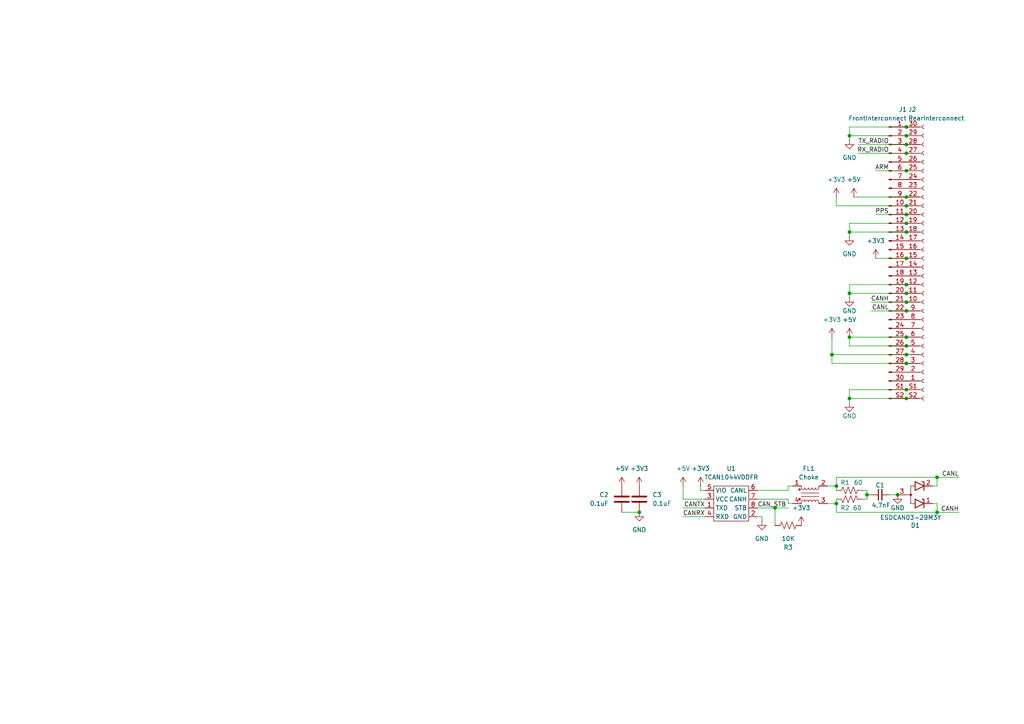
<source format=kicad_sch>
(kicad_sch (version 20231120) (generator "eeschema") (generator_version "8.0")
  (paper "A4")
  (title_block (title "Blaze Template") (date "2025-01-23") (rev "v1") (company "UCSC Rocket Team") (comment 1 "Designed by the UCSC Rocket Team"))
  (lib_symbols
    (symbol "Blaze_Lib:DF17U-30_Female" (pin_names (offset 1.016) hide)
      (property "Reference" "J3" (at -10.668 43.18 0))
      (property "Value" "RearInterconnect" (at -10.922 40.894 0))
      (symbol "DF17U-30_Female_1_1"
        (arc (start 0 -40.132) (mid -0.5058 -40.64) (end 0 -41.148) (stroke (width 0.1524)))
        (arc (start 0 -37.592) (mid -0.5058 -38.1) (end 0 -38.608) (stroke (width 0.1524)))
        (arc (start 0 -35.052) (mid -0.5058 -35.56) (end 0 -36.068) (stroke (width 0.1524)))
        (arc (start 0 -32.512) (mid -0.5058 -33.02) (end 0 -33.528) (stroke (width 0.1524)))
        (arc (start 0 -29.972) (mid -0.5058 -30.48) (end 0 -30.988) (stroke (width 0.1524)))
        (arc (start 0 -27.432) (mid -0.5058 -27.94) (end 0 -28.448) (stroke (width 0.1524)))
        (arc (start 0 -24.892) (mid -0.5058 -25.4) (end 0 -25.908) (stroke (width 0.1524)))
        (arc (start 0 -22.352) (mid -0.5058 -22.86) (end 0 -23.368) (stroke (width 0.1524)))
        (arc (start 0 -19.812) (mid -0.5058 -20.32) (end 0 -20.828) (stroke (width 0.1524)))
        (arc (start 0 -17.272) (mid -0.5058 -17.78) (end 0 -18.288) (stroke (width 0.1524)))
        (arc (start 0 -14.732) (mid -0.5058 -15.24) (end 0 -15.748) (stroke (width 0.1524)))
        (arc (start 0 -12.192) (mid -0.5058 -12.7) (end 0 -13.208) (stroke (width 0.1524)))
        (arc (start 0 -9.652) (mid -0.5058 -10.16) (end 0 -10.668) (stroke (width 0.1524)))
        (arc (start 0 -7.112) (mid -0.5058 -7.62) (end 0 -8.128) (stroke (width 0.1524)))
        (arc (start 0 -4.572) (mid -0.5058 -5.08) (end 0 -5.588) (stroke (width 0.1524)))
        (arc (start 0 -2.032) (mid -0.5058 -2.54) (end 0 -3.048) (stroke (width 0.1524)))
        (polyline (pts (xy -1.27 -40.64) (xy -0.508 -40.64)) (stroke (width 0.1524)))
        (polyline (pts (xy -1.27 -38.1) (xy -0.508 -38.1)) (stroke (width 0.1524)))
        (polyline (pts (xy -1.27 -35.56) (xy -0.508 -35.56)) (stroke (width 0.1524)))
        (polyline (pts (xy -1.27 -33.02) (xy -0.508 -33.02)) (stroke (width 0.1524)))
        (polyline (pts (xy -1.27 -30.48) (xy -0.508 -30.48)) (stroke (width 0.1524)))
        (polyline (pts (xy -1.27 -27.94) (xy -0.508 -27.94)) (stroke (width 0.1524)))
        (polyline (pts (xy -1.27 -25.4) (xy -0.508 -25.4)) (stroke (width 0.1524)))
        (polyline (pts (xy -1.27 -22.86) (xy -0.508 -22.86)) (stroke (width 0.1524)))
        (polyline (pts (xy -1.27 -20.32) (xy -0.508 -20.32)) (stroke (width 0.1524)))
        (polyline (pts (xy -1.27 -17.78) (xy -0.508 -17.78)) (stroke (width 0.1524)))
        (polyline (pts (xy -1.27 -15.24) (xy -0.508 -15.24)) (stroke (width 0.1524)))
        (polyline (pts (xy -1.27 -12.7) (xy -0.508 -12.7)) (stroke (width 0.1524)))
        (polyline (pts (xy -1.27 -10.16) (xy -0.508 -10.16)) (stroke (width 0.1524)))
        (polyline (pts (xy -1.27 -7.62) (xy -0.508 -7.62)) (stroke (width 0.1524)))
        (polyline (pts (xy -1.27 -5.08) (xy -0.508 -5.08)) (stroke (width 0.1524)))
        (polyline (pts (xy -1.27 -2.54) (xy -0.508 -2.54)) (stroke (width 0.1524)))
        (polyline (pts (xy -1.27 0) (xy -0.508 0)) (stroke (width 0.1524)))
        (polyline (pts (xy -1.27 2.54) (xy -0.508 2.54)) (stroke (width 0.1524)))
        (polyline (pts (xy -1.27 5.08) (xy -0.508 5.08)) (stroke (width 0.1524)))
        (polyline (pts (xy -1.27 7.62) (xy -0.508 7.62)) (stroke (width 0.1524)))
        (polyline (pts (xy -1.27 10.16) (xy -0.508 10.16)) (stroke (width 0.1524)))
        (polyline (pts (xy -1.27 12.7) (xy -0.508 12.7)) (stroke (width 0.1524)))
        (polyline (pts (xy -1.27 15.24) (xy -0.508 15.24)) (stroke (width 0.1524)))
        (polyline (pts (xy -1.27 17.78) (xy -0.508 17.78)) (stroke (width 0.1524)))
        (polyline (pts (xy -1.27 20.32) (xy -0.508 20.32)) (stroke (width 0.1524)))
        (polyline (pts (xy -1.27 22.86) (xy -0.508 22.86)) (stroke (width 0.1524)))
        (polyline (pts (xy -1.27 25.4) (xy -0.508 25.4)) (stroke (width 0.1524)))
        (polyline (pts (xy -1.27 27.94) (xy -0.508 27.94)) (stroke (width 0.1524)))
        (polyline (pts (xy -1.27 30.48) (xy -0.508 30.48)) (stroke (width 0.1524)))
        (polyline (pts (xy -1.27 33.02) (xy -0.508 33.02)) (stroke (width 0.1524)))
        (polyline (pts (xy -1.27 35.56) (xy -0.508 35.56)) (stroke (width 0.1524)))
        (polyline (pts (xy -1.27 38.1) (xy -0.508 38.1)) (stroke (width 0.1524)))
        (arc (start 0 0.508) (mid -0.5058 0) (end 0 -0.508) (stroke (width 0.1524)))
        (arc (start 0 3.048) (mid -0.5058 2.54) (end 0 2.032) (stroke (width 0.1524)))
        (arc (start 0 5.588) (mid -0.5058 5.08) (end 0 4.572) (stroke (width 0.1524)))
        (arc (start 0 8.128) (mid -0.5058 7.62) (end 0 7.112) (stroke (width 0.1524)))
        (arc (start 0 10.668) (mid -0.5058 10.16) (end 0 9.652) (stroke (width 0.1524)))
        (arc (start 0 13.208) (mid -0.5058 12.7) (end 0 12.192) (stroke (width 0.1524)))
        (arc (start 0 15.748) (mid -0.5058 15.24) (end 0 14.732) (stroke (width 0.1524)))
        (arc (start 0 18.288) (mid -0.5058 17.78) (end 0 17.272) (stroke (width 0.1524)))
        (arc (start 0 20.828) (mid -0.5058 20.32) (end 0 19.812) (stroke (width 0.1524)))
        (arc (start 0 23.368) (mid -0.5058 22.86) (end 0 22.352) (stroke (width 0.1524)))
        (arc (start 0 25.908) (mid -0.5058 25.4) (end 0 24.892) (stroke (width 0.1524)))
        (arc (start 0 28.448) (mid -0.5058 27.94) (end 0 27.432) (stroke (width 0.1524)))
        (arc (start 0 30.988) (mid -0.5058 30.48) (end 0 29.972) (stroke (width 0.1524)))
        (arc (start 0 33.528) (mid -0.5058 33.02) (end 0 32.512) (stroke (width 0.1524)))
        (arc (start 0 36.068) (mid -0.5058 35.56) (end 0 35.052) (stroke (width 0.1524)))
        (arc (start 0 38.608) (mid -0.5058 38.1) (end 0 37.592) (stroke (width 0.1524)))
        (pin passive line (at -5.08 -35.56 0) (length 3.81) (name "Pin_1") (number "1"))
        (pin passive line (at -5.08 -12.7 0) (length 3.81) (name "Pin_10") (number "10"))
        (pin passive line (at -5.08 -10.16 0) (length 3.81) (name "Pin_11") (number "11"))
        (pin passive line (at -5.08 -7.62 0) (length 3.81) (name "Pin_12") (number "12"))
        (pin passive line (at -5.08 -5.08 0) (length 3.81) (name "Pin_13") (number "13"))
        (pin passive line (at -5.08 -2.54 0) (length 3.81) (name "Pin_14") (number "14"))
        (pin passive line (at -5.08 0 0) (length 3.81) (name "Pin_15") (number "15"))
        (pin passive line (at -5.08 2.54 0) (length 3.81) (name "Pin_16") (number "16"))
        (pin passive line (at -5.08 5.08 0) (length 3.81) (name "Pin_17") (number "17"))
        (pin passive line (at -5.08 7.62 0) (length 3.81) (name "Pin_18") (number "18"))
        (pin passive line (at -5.08 10.16 0) (length 3.81) (name "Pin_19") (number "19"))
        (pin passive line (at -5.08 -33.02 0) (length 3.81) (name "Pin_2") (number "2"))
        (pin passive line (at -5.08 12.7 0) (length 3.81) (name "Pin_20") (number "20"))
        (pin passive line (at -5.08 15.24 0) (length 3.81) (name "Pin_21") (number "21"))
        (pin passive line (at -5.08 17.78 0) (length 3.81) (name "Pin_22") (number "22"))
        (pin passive line (at -5.08 20.32 0) (length 3.81) (name "Pin_23") (number "23"))
        (pin passive line (at -5.08 22.86 0) (length 3.81) (name "Pin_24") (number "24"))
        (pin passive line (at -5.08 25.4 0) (length 3.81) (name "Pin_25") (number "25"))
        (pin passive line (at -5.08 27.94 0) (length 3.81) (name "Pin_26") (number "26"))
        (pin passive line (at -5.08 30.48 0) (length 3.81) (name "Pin_27") (number "27"))
        (pin passive line (at -5.08 33.02 0) (length 3.81) (name "Pin_28") (number "28"))
        (pin passive line (at -5.08 35.56 0) (length 3.81) (name "Pin_29") (number "29"))
        (pin passive line (at -5.08 -30.48 0) (length 3.81) (name "Pin_3") (number "3"))
        (pin passive line (at -5.08 38.1 0) (length 3.81) (name "Pin_30") (number "30"))
        (pin passive line (at -5.08 -27.94 0) (length 3.81) (name "Pin_4") (number "4"))
        (pin passive line (at -5.08 -25.4 0) (length 3.81) (name "Pin_5") (number "5"))
        (pin passive line (at -5.08 -22.86 0) (length 3.81) (name "Pin_6") (number "6"))
        (pin passive line (at -5.08 -20.32 0) (length 3.81) (name "Pin_7") (number "7"))
        (pin passive line (at -5.08 -17.78 0) (length 3.81) (name "Pin_8") (number "8"))
        (pin passive line (at -5.08 -15.24 0) (length 3.81) (name "Pin_9") (number "9"))
        (pin passive line (at -5.08 -38.1 0) (length 3.81) (name "Tab_1") (number "S1"))
        (pin passive line (at -5.08 -40.64 0) (length 3.81) (name "Tab_2") (number "S2"))
      )
    )
    (symbol "Blaze_Lib:DF17U-30_Male" (pin_names (offset 1.016) hide)
      (property "Reference" "J2" (at 1.778 40.64 0))
      (property "Value" "FrontInterconnect" (at -4.572 38.608 0))
      (symbol "DF17U-30_Male_1_1"
        (polyline (pts (xy 1.27 -43.18) (xy 0.8636 -43.18)) (stroke (width 0.1524)))
        (polyline (pts (xy 1.27 -40.64) (xy 0.8636 -40.64)) (stroke (width 0.1524)))
        (polyline (pts (xy 1.27 -38.1) (xy 0.8636 -38.1)) (stroke (width 0.1524)))
        (polyline (pts (xy 1.27 -35.56) (xy 0.8636 -35.56)) (stroke (width 0.1524)))
        (polyline (pts (xy 1.27 -33.02) (xy 0.8636 -33.02)) (stroke (width 0.1524)))
        (polyline (pts (xy 1.27 -30.48) (xy 0.8636 -30.48)) (stroke (width 0.1524)))
        (polyline (pts (xy 1.27 -27.94) (xy 0.8636 -27.94)) (stroke (width 0.1524)))
        (polyline (pts (xy 1.27 -25.4) (xy 0.8636 -25.4)) (stroke (width 0.1524)))
        (polyline (pts (xy 1.27 -22.86) (xy 0.8636 -22.86)) (stroke (width 0.1524)))
        (polyline (pts (xy 1.27 -20.32) (xy 0.8636 -20.32)) (stroke (width 0.1524)))
        (polyline (pts (xy 1.27 -17.78) (xy 0.8636 -17.78)) (stroke (width 0.1524)))
        (polyline (pts (xy 1.27 -15.24) (xy 0.8636 -15.24)) (stroke (width 0.1524)))
        (polyline (pts (xy 1.27 -12.7) (xy 0.8636 -12.7)) (stroke (width 0.1524)))
        (polyline (pts (xy 1.27 -10.16) (xy 0.8636 -10.16)) (stroke (width 0.1524)))
        (polyline (pts (xy 1.27 -7.62) (xy 0.8636 -7.62)) (stroke (width 0.1524)))
        (polyline (pts (xy 1.27 -5.08) (xy 0.8636 -5.08)) (stroke (width 0.1524)))
        (polyline (pts (xy 1.27 -2.54) (xy 0.8636 -2.54)) (stroke (width 0.1524)))
        (polyline (pts (xy 1.27 0) (xy 0.8636 0)) (stroke (width 0.1524)))
        (polyline (pts (xy 1.27 2.54) (xy 0.8636 2.54)) (stroke (width 0.1524)))
        (polyline (pts (xy 1.27 5.08) (xy 0.8636 5.08)) (stroke (width 0.1524)))
        (polyline (pts (xy 1.27 7.62) (xy 0.8636 7.62)) (stroke (width 0.1524)))
        (polyline (pts (xy 1.27 10.16) (xy 0.8636 10.16)) (stroke (width 0.1524)))
        (polyline (pts (xy 1.27 12.7) (xy 0.8636 12.7)) (stroke (width 0.1524)))
        (polyline (pts (xy 1.27 15.24) (xy 0.8636 15.24)) (stroke (width 0.1524)))
        (polyline (pts (xy 1.27 17.78) (xy 0.8636 17.78)) (stroke (width 0.1524)))
        (polyline (pts (xy 1.27 20.32) (xy 0.8636 20.32)) (stroke (width 0.1524)))
        (polyline (pts (xy 1.27 22.86) (xy 0.8636 22.86)) (stroke (width 0.1524)))
        (polyline (pts (xy 1.27 25.4) (xy 0.8636 25.4)) (stroke (width 0.1524)))
        (polyline (pts (xy 1.27 27.94) (xy 0.8636 27.94)) (stroke (width 0.1524)))
        (polyline (pts (xy 1.27 30.48) (xy 0.8636 30.48)) (stroke (width 0.1524)))
        (polyline (pts (xy 1.27 33.02) (xy 0.8636 33.02)) (stroke (width 0.1524)))
        (polyline (pts (xy 1.27 35.56) (xy 0.8636 35.56)) (stroke (width 0.1524)))
        (rectangle (start 0.8636 -43.053) (end 0 -43.307) (stroke (width 0.1524)) (fill (type outline)))
        (rectangle (start 0.8636 -40.513) (end 0 -40.767) (stroke (width 0.1524)) (fill (type outline)))
        (rectangle (start 0.8636 -37.973) (end 0 -38.227) (stroke (width 0.1524)) (fill (type outline)))
        (rectangle (start 0.8636 -35.433) (end 0 -35.687) (stroke (width 0.1524)) (fill (type outline)))
        (rectangle (start 0.8636 -32.893) (end 0 -33.147) (stroke (width 0.1524)) (fill (type outline)))
        (rectangle (start 0.8636 -30.353) (end 0 -30.607) (stroke (width 0.1524)) (fill (type outline)))
        (rectangle (start 0.8636 -27.813) (end 0 -28.067) (stroke (width 0.1524)) (fill (type outline)))
        (rectangle (start 0.8636 -25.273) (end 0 -25.527) (stroke (width 0.1524)) (fill (type outline)))
        (rectangle (start 0.8636 -22.733) (end 0 -22.987) (stroke (width 0.1524)) (fill (type outline)))
        (rectangle (start 0.8636 -20.193) (end 0 -20.447) (stroke (width 0.1524)) (fill (type outline)))
        (rectangle (start 0.8636 -17.653) (end 0 -17.907) (stroke (width 0.1524)) (fill (type outline)))
        (rectangle (start 0.8636 -15.113) (end 0 -15.367) (stroke (width 0.1524)) (fill (type outline)))
        (rectangle (start 0.8636 -12.573) (end 0 -12.827) (stroke (width 0.1524)) (fill (type outline)))
        (rectangle (start 0.8636 -10.033) (end 0 -10.287) (stroke (width 0.1524)) (fill (type outline)))
        (rectangle (start 0.8636 -7.493) (end 0 -7.747) (stroke (width 0.1524)) (fill (type outline)))
        (rectangle (start 0.8636 -4.953) (end 0 -5.207) (stroke (width 0.1524)) (fill (type outline)))
        (rectangle (start 0.8636 -2.413) (end 0 -2.667) (stroke (width 0.1524)) (fill (type outline)))
        (rectangle (start 0.8636 0.127) (end 0 -0.127) (stroke (width 0.1524)) (fill (type outline)))
        (rectangle (start 0.8636 2.667) (end 0 2.413) (stroke (width 0.1524)) (fill (type outline)))
        (rectangle (start 0.8636 5.207) (end 0 4.953) (stroke (width 0.1524)) (fill (type outline)))
        (rectangle (start 0.8636 7.747) (end 0 7.493) (stroke (width 0.1524)) (fill (type outline)))
        (rectangle (start 0.8636 10.287) (end 0 10.033) (stroke (width 0.1524)) (fill (type outline)))
        (rectangle (start 0.8636 12.827) (end 0 12.573) (stroke (width 0.1524)) (fill (type outline)))
        (rectangle (start 0.8636 15.367) (end 0 15.113) (stroke (width 0.1524)) (fill (type outline)))
        (rectangle (start 0.8636 17.907) (end 0 17.653) (stroke (width 0.1524)) (fill (type outline)))
        (rectangle (start 0.8636 20.447) (end 0 20.193) (stroke (width 0.1524)) (fill (type outline)))
        (rectangle (start 0.8636 22.987) (end 0 22.733) (stroke (width 0.1524)) (fill (type outline)))
        (rectangle (start 0.8636 25.527) (end 0 25.273) (stroke (width 0.1524)) (fill (type outline)))
        (rectangle (start 0.8636 28.067) (end 0 27.813) (stroke (width 0.1524)) (fill (type outline)))
        (rectangle (start 0.8636 30.607) (end 0 30.353) (stroke (width 0.1524)) (fill (type outline)))
        (rectangle (start 0.8636 33.147) (end 0 32.893) (stroke (width 0.1524)) (fill (type outline)))
        (rectangle (start 0.8636 35.687) (end 0 35.433) (stroke (width 0.1524)) (fill (type outline)))
        (pin passive line (at 5.08 35.56 180) (length 3.81) (name "Pin_1") (number "1"))
        (pin passive line (at 5.08 12.7 180) (length 3.81) (name "Pin_10") (number "10"))
        (pin passive line (at 5.08 10.16 180) (length 3.81) (name "Pin_11") (number "11"))
        (pin passive line (at 5.08 7.62 180) (length 3.81) (name "Pin_12") (number "12"))
        (pin passive line (at 5.08 5.08 180) (length 3.81) (name "Pin_13") (number "13"))
        (pin passive line (at 5.08 2.54 180) (length 3.81) (name "Pin_14") (number "14"))
        (pin passive line (at 5.08 0 180) (length 3.81) (name "Pin_15") (number "15"))
        (pin passive line (at 5.08 -2.54 180) (length 3.81) (name "Pin_16") (number "16"))
        (pin passive line (at 5.08 -5.08 180) (length 3.81) (name "Pin_17") (number "17"))
        (pin passive line (at 5.08 -7.62 180) (length 3.81) (name "Pin_18") (number "18"))
        (pin passive line (at 5.08 -10.16 180) (length 3.81) (name "Pin_19") (number "19"))
        (pin passive line (at 5.08 33.02 180) (length 3.81) (name "Pin_2") (number "2"))
        (pin passive line (at 5.08 -12.7 180) (length 3.81) (name "Pin_20") (number "20"))
        (pin passive line (at 5.08 -15.24 180) (length 3.81) (name "Pin_21") (number "21"))
        (pin passive line (at 5.08 -17.78 180) (length 3.81) (name "Pin_22") (number "22"))
        (pin passive line (at 5.08 -20.32 180) (length 3.81) (name "Pin_23") (number "23"))
        (pin passive line (at 5.08 -22.86 180) (length 3.81) (name "Pin_24") (number "24"))
        (pin passive line (at 5.08 -25.4 180) (length 3.81) (name "Pin_25") (number "25"))
        (pin passive line (at 5.08 -27.94 180) (length 3.81) (name "Pin_26") (number "26"))
        (pin passive line (at 5.08 -30.48 180) (length 3.81) (name "Pin_27") (number "27"))
        (pin passive line (at 5.08 -33.02 180) (length 3.81) (name "Pin_28") (number "28"))
        (pin passive line (at 5.08 -35.56 180) (length 3.81) (name "Pin_29") (number "29"))
        (pin passive line (at 5.08 30.48 180) (length 3.81) (name "Pin_3") (number "3"))
        (pin passive line (at 5.08 -38.1 180) (length 3.81) (name "Pin_30") (number "30"))
        (pin passive line (at 5.08 27.94 180) (length 3.81) (name "Pin_4") (number "4"))
        (pin passive line (at 5.08 25.4 180) (length 3.81) (name "Pin_5") (number "5"))
        (pin passive line (at 5.08 22.86 180) (length 3.81) (name "Pin_6") (number "6"))
        (pin passive line (at 5.08 20.32 180) (length 3.81) (name "Pin_7") (number "7"))
        (pin passive line (at 5.08 17.78 180) (length 3.81) (name "Pin_8") (number "8"))
        (pin passive line (at 5.08 15.24 180) (length 3.81) (name "Pin_9") (number "9"))
        (pin passive line (at 5.08 -40.64 180) (length 3.81) (name "Tab_1") (number "S1"))
        (pin passive line (at 5.08 -43.18 180) (length 3.81) (name "Tab_2") (number "S2"))
      )
    )
    (symbol "Blaze_Lib:TCAN1044"
      (property "Reference" "U" (at 0 8.636 0))
      (property "Value" "TCAN1044VDDFR" (at -0.254 6.604 0))
      (symbol "TCAN1044_0_0"
        (pin output line (at -7.62 -1.27 0) (length 2.54) (name "TXD") (number "1"))
        (pin passive line (at 7.62 -3.81 180) (length 2.54) (name "GND") (number "2"))
        (pin power_in line (at -7.62 1.27 0) (length 2.54) (name "VCC") (number "3"))
        (pin input line (at -7.62 -3.81 0) (length 2.54) (name "RXD") (number "4"))
        (pin power_in line (at -7.62 3.81 0) (length 2.54) (name "VIO") (number "5"))
        (pin bidirectional line (at 7.62 3.81 180) (length 2.54) (name "CANL") (number "6"))
        (pin bidirectional line (at 7.62 1.27 180) (length 2.54) (name "CANH") (number "7"))
        (pin input line (at 7.62 -1.27 180) (length 2.54) (name "STB") (number "8"))
      )
      (symbol "TCAN1044_0_1"
        (rectangle (start -5.08 5.08) (end 5.08 -5.08))
      )
    )
    (symbol "Device:C" (pin_numbers hide) (pin_names (offset 0.254))
      (property "Reference" "C" (at 0.635 2.54 0))
      (property "Value" "C" (at 0.635 -2.54 0))
      (symbol "C_0_1"
        (polyline (pts (xy -2.032 -0.762) (xy 2.032 -0.762)) (stroke (width 0.508)))
        (polyline (pts (xy -2.032 0.762) (xy 2.032 0.762)) (stroke (width 0.508)))
      )
      (symbol "C_1_1"
        (pin passive line (at 0 3.81 270) (length 2.794) (name "~") (number "1"))
        (pin passive line (at 0 -3.81 90) (length 2.794) (name "~") (number "2"))
      )
    )
    (symbol "Device:C_Small" (pin_numbers hide) (pin_names (offset 0.254) hide)
      (property "Reference" "C" (at 0.254 1.778 0))
      (property "Value" "C_Small" (at 0.254 -2.032 0))
      (symbol "C_Small_0_1"
        (polyline (pts (xy -1.524 -0.508) (xy 1.524 -0.508)) (stroke (width 0.3302)))
        (polyline (pts (xy -1.524 0.508) (xy 1.524 0.508)) (stroke (width 0.3048)))
      )
      (symbol "C_Small_1_1"
        (pin passive line (at 0 2.54 270) (length 2.032) (name "~") (number "1"))
        (pin passive line (at 0 -2.54 90) (length 2.032) (name "~") (number "2"))
      )
    )
    (symbol "Device:R_US" (pin_numbers hide) (pin_names (offset 0))
      (property "Reference" "R" (at 2.54 0 90))
      (property "Value" "R_US" (at -2.54 0 90))
      (symbol "R_US_0_1"
        (polyline (pts (xy 0 -2.286) (xy 0 -2.54)))
        (polyline (pts (xy 0 2.286) (xy 0 2.54)))
        (polyline (pts (xy 0 -0.762) (xy 1.016 -1.143) (xy 0 -1.524) (xy -1.016 -1.905) (xy 0 -2.286)))
        (polyline (pts (xy 0 0.762) (xy 1.016 0.381) (xy 0 0) (xy -1.016 -0.381) (xy 0 -0.762)))
        (polyline (pts (xy 0 2.286) (xy 1.016 1.905) (xy 0 1.524) (xy -1.016 1.143) (xy 0 0.762)))
      )
      (symbol "R_US_1_1"
        (pin passive line (at 0 3.81 270) (length 1.27) (name "~") (number "1"))
        (pin passive line (at 0 -3.81 90) (length 1.27) (name "~") (number "2"))
      )
    )
    (symbol "Filter:Choke_Coilcraft_0603USB-142" (pin_names (offset 0.254) hide)
      (property "Reference" "FL" (at 0 4.445 0))
      (property "Value" "Choke_Coilcraft_0603USB-142" (at 0 -4.445 0))
      (symbol "Choke_Coilcraft_0603USB-142_0_1"
        (circle (center -3.048 -1.27) (radius 0.254) (fill (type outline)))
        (circle (center -3.048 1.524) (radius 0.254) (fill (type outline)))
        (arc (start -2.54 2.032) (mid -2.032 1.5262) (end -1.524 2.032))
        (arc (start -1.524 -2.032) (mid -2.032 -1.5262) (end -2.54 -2.032))
        (arc (start -1.524 2.032) (mid -1.016 1.5262) (end -0.508 2.032))
        (arc (start -0.508 -2.032) (mid -1.016 -1.5262) (end -1.524 -2.032))
        (arc (start -0.508 2.032) (mid 0 1.5262) (end 0.508 2.032))
        (polyline (pts (xy -2.54 -2.032) (xy -2.54 -2.54)))
        (polyline (pts (xy -2.54 0.508) (xy 2.54 0.508)))
        (polyline (pts (xy -2.54 2.032) (xy -2.54 2.54)))
        (polyline (pts (xy 2.54 -2.032) (xy 2.54 -2.54)))
        (polyline (pts (xy 2.54 -0.508) (xy -2.54 -0.508)))
        (polyline (pts (xy 2.54 2.54) (xy 2.54 2.032)))
        (arc (start 0.508 -2.032) (mid 0 -1.5262) (end -0.508 -2.032))
        (arc (start 0.508 2.032) (mid 1.016 1.5262) (end 1.524 2.032))
        (arc (start 1.524 -2.032) (mid 1.016 -1.5262) (end 0.508 -2.032))
        (arc (start 1.524 2.032) (mid 2.032 1.5262) (end 2.54 2.032))
        (arc (start 2.54 -2.032) (mid 2.032 -1.5262) (end 1.524 -2.032))
      )
      (symbol "Choke_Coilcraft_0603USB-142_1_1"
        (pin passive line (at -5.08 2.54 0) (length 2.54) (name "1") (number "1"))
        (pin passive line (at 5.08 2.54 180) (length 2.54) (name "2") (number "2"))
        (pin passive line (at 5.08 -2.54 180) (length 2.54) (name "3") (number "3"))
        (pin passive line (at -5.08 -2.54 0) (length 2.54) (name "4") (number "4"))
      )
    )
    (symbol "Power_Protection:RCLAMP0582B" (pin_names hide)
      (property "Reference" "D" (at 0 5.08 0))
      (property "Value" "RCLAMP0582B" (at 0 -5.08 0))
      (symbol "RCLAMP0582B_0_1"
        (polyline (pts (xy -2.54 0) (xy -1.27 0)))
        (polyline (pts (xy -1.27 2.54) (xy -1.27 -2.54)))
        (polyline (pts (xy 0 2.54) (xy -1.27 2.54)) (stroke (width 0.1524)))
        (polyline (pts (xy 2.54 3.81) (xy 2.54 1.27) (xy 2.032 1.27)) (stroke (width 0.254)))
        (polyline (pts (xy 0 1.27) (xy 0 3.81) (xy 2.54 2.54) (xy 0 1.27)) (stroke (width 0.254)))
        (pin passive line (at -5.08 0 0) (length 2.54) (name "A") (number "3"))
      )
      (symbol "RCLAMP0582B_1_1"
        (circle (center -1.27 0) (radius 0.254) (fill (type outline)))
        (polyline (pts (xy 0 -2.54) (xy -1.27 -2.54)) (stroke (width 0.1524)))
        (polyline (pts (xy 2.54 -1.27) (xy 2.54 -3.81) (xy 2.032 -3.81)) (stroke (width 0.254)))
        (polyline (pts (xy 0 -3.81) (xy 0 -1.27) (xy 2.54 -2.54) (xy 0 -3.81)) (stroke (width 0.254)))
        (pin passive line (at 5.08 2.54 180) (length 2.54) (name "K1") (number "1"))
        (pin passive line (at 5.08 -2.54 180) (length 2.54) (name "K2") (number "2"))
      )
    )
    (symbol "power:+3V3" (power) (pin_numbers hide) (pin_names (offset 0) hide)
      (property "Value" "+3V3" (at 0 3.556 0))
      (symbol "+3V3_0_1"
        (polyline (pts (xy -0.762 1.27) (xy 0 2.54)))
        (polyline (pts (xy 0 0) (xy 0 2.54)))
        (polyline (pts (xy 0 2.54) (xy 0.762 1.27)))
      )
      (symbol "+3V3_1_1"
        (pin power_in line (at 0 0 90) (length 0) (name "~") (number "1"))
      )
    )
    (symbol "power:+5V" (power) (pin_numbers hide) (pin_names (offset 0) hide)
      (property "Value" "+5V" (at 0 3.556 0))
      (symbol "+5V_0_1"
        (polyline (pts (xy -0.762 1.27) (xy 0 2.54)))
        (polyline (pts (xy 0 0) (xy 0 2.54)))
        (polyline (pts (xy 0 2.54) (xy 0.762 1.27)))
      )
      (symbol "+5V_1_1"
        (pin power_in line (at 0 0 90) (length 0) (name "~") (number "1"))
      )
    )
    (symbol "power:GND" (power) (pin_numbers hide) (pin_names (offset 0) hide)
      (property "Value" "GND" (at 0 -3.81 0))
      (symbol "GND_0_1"
        (polyline (pts (xy 0 0) (xy 0 -1.27) (xy 1.27 -1.27) (xy 0 -2.54) (xy -1.27 -1.27) (xy 0 -1.27)))
      )
      (symbol "GND_1_1"
        (pin power_in line (at 0 0 270) (length 0) (name "~") (number "1"))
      )
    )
  )
  (junction (at 262.89 57.15))
  (junction (at 246.38 39.37))
  (junction (at 262.89 74.93))
  (junction (at 262.89 97.79))
  (junction (at 262.89 82.55))
  (junction (at 262.89 105.41))
  (junction (at 241.3 102.87))
  (junction (at 271.78 148.59))
  (junction (at 262.89 102.87))
  (junction (at 262.89 59.69))
  (junction (at 242.57 146.05))
  (junction (at 224.79 147.32))
  (junction (at 262.89 85.09))
  (junction (at 262.89 113.03))
  (junction (at 262.89 49.53))
  (junction (at 262.89 62.23))
  (junction (at 262.89 100.33))
  (junction (at 260.35 143.51))
  (junction (at 251.46 143.51))
  (junction (at 262.89 36.83))
  (junction (at 262.89 39.37))
  (junction (at 262.89 41.91))
  (junction (at 246.38 115.57))
  (junction (at 185.42 148.59))
  (junction (at 262.89 87.63))
  (junction (at 262.89 44.45))
  (junction (at 271.78 138.43))
  (junction (at 246.38 97.79))
  (junction (at 262.89 67.31))
  (junction (at 262.89 64.77))
  (junction (at 262.89 90.17))
  (junction (at 242.57 140.97))
  (junction (at 262.89 115.57))
  (junction (at 246.38 85.09))
  (junction (at 246.38 67.31))
  (wire (pts (xy 254 74.93) (xy 262.89 74.93)))
  (wire (pts (xy 252.73 87.63) (xy 262.89 87.63)))
  (wire (pts (xy 203.2 142.24) (xy 204.47 142.24)))
  (wire (pts (xy 198.12 144.78) (xy 198.12 140.97)))
  (wire (pts (xy 247.65 57.15) (xy 262.89 57.15)))
  (wire (pts (xy 246.38 36.83) (xy 262.89 36.83)))
  (wire (pts (xy 250.19 142.24) (xy 251.46 142.24)))
  (wire (pts (xy 219.71 144.78) (xy 228.6 144.78)))
  (wire (pts (xy 198.12 149.86) (xy 204.47 149.86)))
  (wire (pts (xy 219.71 147.32) (xy 224.79 147.32)))
  (wire (pts (xy 224.79 147.32) (xy 228.6 147.32)))
  (wire (pts (xy 204.47 144.78) (xy 198.12 144.78)))
  (wire (pts (xy 246.38 113.03) (xy 262.89 113.03)))
  (wire (pts (xy 228.6 140.97) (xy 229.87 140.97)))
  (wire (pts (xy 251.46 142.24) (xy 251.46 143.51)))
  (wire (pts (xy 252.73 90.17) (xy 262.89 90.17)))
  (wire (pts (xy 203.2 140.97) (xy 203.2 142.24)))
  (wire (pts (xy 240.03 140.97) (xy 242.57 140.97)))
  (wire (pts (xy 246.38 97.79) (xy 262.89 97.79)))
  (wire (pts (xy 241.3 97.79) (xy 241.3 102.87)))
  (wire (pts (xy 246.38 64.77) (xy 262.89 64.77)))
  (wire (pts (xy 246.38 39.37) (xy 262.89 39.37)))
  (wire (pts (xy 228.6 146.05) (xy 229.87 146.05)))
  (wire (pts (xy 246.38 115.57) (xy 262.89 115.57)))
  (wire (pts (xy 228.6 144.78) (xy 228.6 146.05)))
  (wire (pts (xy 180.34 148.59) (xy 185.42 148.59)))
  (wire (pts (xy 246.38 85.09) (xy 262.89 85.09)))
  (wire (pts (xy 198.12 147.32) (xy 204.47 147.32)))
  (wire (pts (xy 242.57 146.05) (xy 242.57 144.78)))
  (wire (pts (xy 242.57 57.15) (xy 242.57 59.69)))
  (wire (pts (xy 250.19 144.78) (xy 251.46 144.78)))
  (wire (pts (xy 246.38 64.77) (xy 246.38 67.31)))
  (wire (pts (xy 271.78 146.05) (xy 271.78 148.59)))
  (wire (pts (xy 242.57 140.97) (xy 242.57 138.43)))
  (wire (pts (xy 270.51 140.97) (xy 271.78 140.97)))
  (wire (pts (xy 251.46 144.78) (xy 251.46 143.51)))
  (wire (pts (xy 241.3 105.41) (xy 262.89 105.41)))
  (wire (pts (xy 246.38 113.03) (xy 246.38 115.57)))
  (wire (pts (xy 246.38 36.83) (xy 246.38 39.37)))
  (wire (pts (xy 241.3 102.87) (xy 262.89 102.87)))
  (wire (pts (xy 246.38 100.33) (xy 262.89 100.33)))
  (wire (pts (xy 241.3 102.87) (xy 241.3 105.41)))
  (wire (pts (xy 242.57 138.43) (xy 271.78 138.43)))
  (wire (pts (xy 220.98 151.13) (xy 220.98 149.86)))
  (wire (pts (xy 242.57 59.69) (xy 262.89 59.69)))
  (wire (pts (xy 228.6 142.24) (xy 228.6 140.97)))
  (wire (pts (xy 246.38 40.64) (xy 246.38 39.37)))
  (wire (pts (xy 220.98 149.86) (xy 219.71 149.86)))
  (wire (pts (xy 242.57 146.05) (xy 242.57 148.59)))
  (wire (pts (xy 270.51 146.05) (xy 271.78 146.05)))
  (wire (pts (xy 240.03 146.05) (xy 242.57 146.05)))
  (wire (pts (xy 224.79 147.32) (xy 224.79 152.4)))
  (wire (pts (xy 254 62.23) (xy 262.89 62.23)))
  (wire (pts (xy 271.78 140.97) (xy 271.78 138.43)))
  (wire (pts (xy 246.38 82.55) (xy 246.38 85.09)))
  (wire (pts (xy 271.78 148.59) (xy 278.13 148.59)))
  (wire (pts (xy 271.78 138.43) (xy 278.13 138.43)))
  (wire (pts (xy 248.92 41.91) (xy 262.89 41.91)))
  (wire (pts (xy 251.46 143.51) (xy 252.73 143.51)))
  (wire (pts (xy 246.38 97.79) (xy 246.38 100.33)))
  (wire (pts (xy 257.81 143.51) (xy 260.35 143.51)))
  (wire (pts (xy 242.57 148.59) (xy 271.78 148.59)))
  (wire (pts (xy 246.38 115.57) (xy 246.38 116.84)))
  (wire (pts (xy 254 49.53) (xy 262.89 49.53)))
  (wire (pts (xy 246.38 67.31) (xy 262.89 67.31)))
  (wire (pts (xy 248.92 44.45) (xy 262.89 44.45)))
  (wire (pts (xy 246.38 82.55) (xy 262.89 82.55)))
  (wire (pts (xy 219.71 142.24) (xy 228.6 142.24)))
  (wire (pts (xy 246.38 85.09) (xy 246.38 86.36)))
  (wire (pts (xy 246.38 67.31) (xy 246.38 68.58)))
  (wire (pts (xy 242.57 140.97) (xy 242.57 142.24)))
  (label "PPS" (at 257.81 62.23 180))
  (label "TX_RADIO" (at 257.81 41.91 180))
  (label "CANH" (at 278.13 148.59 180))
  (label "CANRX" (at 204.47 149.86 180))
  (label "CANL" (at 278.13 138.43 180))
  (label "CANTX" (at 204.47 147.32 180))
  (label "RX_RADIO" (at 257.81 44.45 180))
  (label "ARM" (at 257.81 49.53 180))
  (label "CANL" (at 257.81 90.17 180))
  (label "CANH" (at 257.81 87.63 180))
  (label "CAN_STB" (at 219.71 147.32 0))
  (symbol (lib_id "Device:R_US") (at 246.38 142.24 90) (unit 1)
    (property "Reference" "R1" (at 245.11 139.954 90))
    (property "Value" "60" (at 248.92 139.954 90))
    (property "Footprint" "Resistor_SMD:R_0603_1608Metric" (effects (hide yes)))
    (property "Description" "Resistor, US symbol" (effects (hide yes)))
  )
  (symbol (lib_id "power:+3V3") (at 180.34 140.97 0) (unit 1)
    (property "Reference" "#PWR010" (effects (hide yes)))
    (property "Value" "+5V" (at 180.34 135.89 0))
    (property "Description" "Power symbol creates a global label with name \"+3V3\"" (effects (hide yes)))
  )
  (symbol (lib_id "Device:R_US") (at 246.38 144.78 90) (mirror x) (unit 1)
    (property "Reference" "R2" (at 245.11 147.32 90))
    (property "Value" "60" (at 248.666 147.32 90))
    (property "Footprint" "Resistor_SMD:R_0603_1608Metric" (effects (hide yes)))
    (property "Description" "Resistor, US symbol" (effects (hide yes)))
  )
  (symbol (lib_id "Device:C") (at 180.34 144.78 0) (mirror y) (unit 1)
    (property "Reference" "C2" (at 176.53 143.5099 0) (effects (justify left)))
    (property "Value" "0.1uF" (at 176.53 146.0499 0) (effects (justify left)))
    (property "Footprint" "Capacitor_SMD:C_0603_1608Metric" (effects (hide yes)))
    (property "Description" "Unpolarized capacitor" (effects (hide yes)))
  )
  (symbol (lib_id "power:GND") (at 260.35 143.51 0) (unit 1)
    (property "Reference" "#PWR014" (effects (hide yes)))
    (property "Value" "GND" (at 260.35 147.32 0))
    (property "Description" "Power symbol creates a global label with name \"GND\" , ground" (effects (hide yes)))
  )
  (symbol (lib_id "Power_Protection:RCLAMP0582B") (at 265.43 143.51 0) (mirror x) (unit 1)
    (property "Reference" "D1" (at 265.4935 152.4 0))
    (property "Value" "ESDCAN03-2BM3Y" (at 264.16 150.114 0))
    (property "Footprint" "Package_TO_SOT_SMD:SOT-416" (effects (hide yes)))
    (property "Datasheet" "https://www.semtech.com/products/circuit-protection/low-capacitance/rclamp0582b" (effects (hide yes)))
    (property "Description" "Low capacitance unidirectional dual ESD protection diode, SC-75" (effects (hide yes)))
  )
  (symbol (lib_id "power:+3V3") (at 232.41 152.4 0) (unit 1)
    (property "Reference" "#PWR017" (effects (hide yes)))
    (property "Value" "+3V3" (at 232.41 147.32 0))
    (property "Description" "Power symbol creates a global label with name \"+3V3\"" (effects (hide yes)))
  )
  (symbol (lib_id "power:+3V3") (at 185.42 140.97 0) (unit 1)
    (property "Reference" "#PWR011" (effects (hide yes)))
    (property "Value" "+3V3" (at 185.42 135.89 0))
    (property "Description" "Power symbol creates a global label with name \"+3V3\"" (effects (hide yes)))
  )
  (symbol (lib_id "power:+5V") (at 241.3 97.79 0) (unit 1)
    (property "Reference" "#PWR07" (effects (hide yes)))
    (property "Value" "+3V3" (at 241.3 92.71 0))
    (property "Description" "Power symbol creates a global label with name \"+5V\"" (effects (hide yes)))
  )
  (symbol (lib_id "Device:C") (at 185.42 144.78 0) (unit 1)
    (property "Reference" "C3" (at 189.23 143.5099 0) (effects (justify left)))
    (property "Value" "0.1uF" (at 189.23 146.0499 0) (effects (justify left)))
    (property "Footprint" "Capacitor_SMD:C_0603_1608Metric" (effects (hide yes)))
    (property "Description" "Unpolarized capacitor" (effects (hide yes)))
  )
  (symbol (lib_id "Blaze_Lib:DF17U-30_Male") (at 257.81 72.39 0) (unit 1)
    (property "Reference" "J1" (at 261.874 31.75 0))
    (property "Value" "FrontInterconnect" (at 254.508 34.29 0))
    (property "Footprint" "Blaze_Library:HRS_DF17_1.0H_-30DP-0.5V_57_" (effects (hide yes)))
    (property "Description" "Generic connector, single row, 01x30, script generated" (effects (hide yes)))
  )
  (symbol (lib_id "power:GND") (at 185.42 148.59 0) (unit 1)
    (property "Reference" "#PWR015" (effects (hide yes)))
    (property "Value" "GND" (at 185.42 153.67 0))
    (property "Description" "Power symbol creates a global label with name \"GND\" , ground" (effects (hide yes)))
  )
  (symbol (lib_id "power:GND") (at 220.98 151.13 0) (unit 1)
    (property "Reference" "#PWR016" (effects (hide yes)))
    (property "Value" "GND" (at 220.98 156.21 0))
    (property "Description" "Power symbol creates a global label with name \"GND\" , ground" (effects (hide yes)))
  )
  (symbol (lib_id "power:GND") (at 246.38 116.84 0) (unit 1)
    (property "Reference" "#PWR09" (effects (hide yes)))
    (property "Value" "GND" (at 246.38 120.65 0))
    (property "Description" "Power symbol creates a global label with name \"GND\" , ground" (effects (hide yes)))
  )
  (symbol (lib_id "power:+5V") (at 254 74.93 0) (unit 1)
    (property "Reference" "#PWR05" (effects (hide yes)))
    (property "Value" "+3V3" (at 254 69.85 0))
    (property "Description" "Power symbol creates a global label with name \"+5V\"" (effects (hide yes)))
  )
  (symbol (lib_id "Blaze_Lib:TCAN1044") (at 212.09 146.05 0) (unit 1)
    (property "Reference" "U1" (at 212.09 135.89 0))
    (property "Value" "TCAN1044VDDFR" (at 212.09 138.43 0))
    (property "Footprint" "Package_SON:Texas_S-PVSON-N8" (effects (hide yes)))
  )
  (symbol (lib_id "power:+5V") (at 242.57 57.15 0) (unit 1)
    (property "Reference" "#PWR02" (effects (hide yes)))
    (property "Value" "+3V3" (at 242.57 52.07 0))
    (property "Description" "Power symbol creates a global label with name \"+5V\"" (effects (hide yes)))
  )
  (symbol (lib_id "power:GND") (at 246.38 40.64 0) (unit 1)
    (property "Reference" "#PWR01" (effects (hide yes)))
    (property "Value" "GND" (at 246.38 45.72 0))
    (property "Description" "Power symbol creates a global label with name \"GND\" , ground" (effects (hide yes)))
  )
  (symbol (lib_id "power:+5V") (at 246.38 97.79 0) (unit 1)
    (property "Reference" "#PWR08" (effects (hide yes)))
    (property "Value" "+5V" (at 246.38 92.71 0))
    (property "Description" "Power symbol creates a global label with name \"+5V\"" (effects (hide yes)))
  )
  (symbol (lib_id "power:+3V3") (at 198.12 140.97 0) (unit 1)
    (property "Reference" "#PWR012" (effects (hide yes)))
    (property "Value" "+5V" (at 198.12 135.89 0))
    (property "Description" "Power symbol creates a global label with name \"+3V3\"" (effects (hide yes)))
  )
  (symbol (lib_id "power:GND") (at 246.38 68.58 0) (unit 1)
    (property "Reference" "#PWR04" (effects (hide yes)))
    (property "Value" "GND" (at 246.38 73.66 0))
    (property "Description" "Power symbol creates a global label with name \"GND\" , ground" (effects (hide yes)))
  )
  (symbol (lib_id "power:+5V") (at 247.65 57.15 0) (unit 1)
    (property "Reference" "#PWR03" (effects (hide yes)))
    (property "Value" "+5V" (at 247.65 52.07 0))
    (property "Description" "Power symbol creates a global label with name \"+5V\"" (effects (hide yes)))
  )
  (symbol (lib_id "Filter:Choke_Coilcraft_0603USB-142") (at 234.95 143.51 0) (unit 1)
    (property "Reference" "FL1" (at 234.569 135.89 0))
    (property "Value" "Choke" (at 234.569 138.43 0))
    (property "Footprint" "Inductor_SMD:L_CommonModeChoke_Coilcraft_0603USB" (effects (hide yes)))
    (property "Datasheet" "https://www.coilcraft.com/pdfs/0603usb.pdf" (effects (hide yes)))
    (property "Description" "Common mode choke, 500mA, 250VAC, 98nH, 174mohm, 1.9Ghz," (effects (hide yes)))
  )
  (symbol (lib_id "power:+3V3") (at 203.2 140.97 0) (unit 1)
    (property "Reference" "#PWR013" (effects (hide yes)))
    (property "Value" "+3V3" (at 203.2 135.89 0))
    (property "Description" "Power symbol creates a global label with name \"+3V3\"" (effects (hide yes)))
  )
  (symbol (lib_id "Device:C_Small") (at 255.27 143.51 90) (unit 1)
    (property "Reference" "C1" (at 255.27 140.716 90))
    (property "Value" "4.7nF" (at 255.524 146.558 90))
    (property "Footprint" "Capacitor_SMD:C_0603_1608Metric" (effects (hide yes)))
    (property "Description" "Unpolarized capacitor, small symbol" (effects (hide yes)))
  )
  (symbol (lib_id "power:GND") (at 246.38 86.36 0) (unit 1)
    (property "Reference" "#PWR06" (effects (hide yes)))
    (property "Value" "GND" (at 246.38 90.17 0))
    (property "Description" "Power symbol creates a global label with name \"GND\" , ground" (effects (hide yes)))
  )
  (symbol (lib_id "Device:R_US") (at 228.6 152.4 90) (unit 1)
    (property "Reference" "R3" (at 228.6 158.75 90))
    (property "Value" "10K" (at 228.6 156.21 90))
    (property "Footprint" "Resistor_SMD:R_0603_1608Metric" (effects (hide yes)))
    (property "Description" "Resistor, US symbol" (effects (hide yes)))
  )
  (symbol (lib_id "Blaze_Lib:DF17U-30_Female") (at 267.97 74.93 0) (unit 1)
    (property "Reference" "J2" (at 263.398 31.75 0) (effects (justify left)))
    (property "Value" "RearInterconnect" (at 263.398 34.29 0) (effects (justify left)))
    (property "Footprint" "Blaze_Library:HRS_DF17_1.0H_-30DP-0.5V_57_" (effects (hide yes)))
    (property "Description" "Generic connector, single row, 01x30, script generated" (effects (hide yes)))
  )
)
</source>
